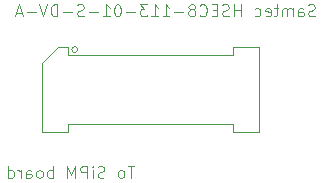
<source format=gbr>
%TF.GenerationSoftware,KiCad,Pcbnew,8.0.2-1*%
%TF.CreationDate,2024-06-17T16:24:44-04:00*%
%TF.ProjectId,InverterBoard,496e7665-7274-4657-9242-6f6172642e6b,rev?*%
%TF.SameCoordinates,Original*%
%TF.FileFunction,Legend,Bot*%
%TF.FilePolarity,Positive*%
%FSLAX46Y46*%
G04 Gerber Fmt 4.6, Leading zero omitted, Abs format (unit mm)*
G04 Created by KiCad (PCBNEW 8.0.2-1) date 2024-06-17 16:24:44*
%MOMM*%
%LPD*%
G01*
G04 APERTURE LIST*
%ADD10C,0.100000*%
%ADD11C,0.120000*%
G04 APERTURE END LIST*
D10*
X128638972Y-76472419D02*
X128067544Y-76472419D01*
X128353258Y-77472419D02*
X128353258Y-76472419D01*
X127591353Y-77472419D02*
X127686591Y-77424800D01*
X127686591Y-77424800D02*
X127734210Y-77377180D01*
X127734210Y-77377180D02*
X127781829Y-77281942D01*
X127781829Y-77281942D02*
X127781829Y-76996228D01*
X127781829Y-76996228D02*
X127734210Y-76900990D01*
X127734210Y-76900990D02*
X127686591Y-76853371D01*
X127686591Y-76853371D02*
X127591353Y-76805752D01*
X127591353Y-76805752D02*
X127448496Y-76805752D01*
X127448496Y-76805752D02*
X127353258Y-76853371D01*
X127353258Y-76853371D02*
X127305639Y-76900990D01*
X127305639Y-76900990D02*
X127258020Y-76996228D01*
X127258020Y-76996228D02*
X127258020Y-77281942D01*
X127258020Y-77281942D02*
X127305639Y-77377180D01*
X127305639Y-77377180D02*
X127353258Y-77424800D01*
X127353258Y-77424800D02*
X127448496Y-77472419D01*
X127448496Y-77472419D02*
X127591353Y-77472419D01*
X126115162Y-77424800D02*
X125972305Y-77472419D01*
X125972305Y-77472419D02*
X125734210Y-77472419D01*
X125734210Y-77472419D02*
X125638972Y-77424800D01*
X125638972Y-77424800D02*
X125591353Y-77377180D01*
X125591353Y-77377180D02*
X125543734Y-77281942D01*
X125543734Y-77281942D02*
X125543734Y-77186704D01*
X125543734Y-77186704D02*
X125591353Y-77091466D01*
X125591353Y-77091466D02*
X125638972Y-77043847D01*
X125638972Y-77043847D02*
X125734210Y-76996228D01*
X125734210Y-76996228D02*
X125924686Y-76948609D01*
X125924686Y-76948609D02*
X126019924Y-76900990D01*
X126019924Y-76900990D02*
X126067543Y-76853371D01*
X126067543Y-76853371D02*
X126115162Y-76758133D01*
X126115162Y-76758133D02*
X126115162Y-76662895D01*
X126115162Y-76662895D02*
X126067543Y-76567657D01*
X126067543Y-76567657D02*
X126019924Y-76520038D01*
X126019924Y-76520038D02*
X125924686Y-76472419D01*
X125924686Y-76472419D02*
X125686591Y-76472419D01*
X125686591Y-76472419D02*
X125543734Y-76520038D01*
X125115162Y-77472419D02*
X125115162Y-76805752D01*
X125115162Y-76472419D02*
X125162781Y-76520038D01*
X125162781Y-76520038D02*
X125115162Y-76567657D01*
X125115162Y-76567657D02*
X125067543Y-76520038D01*
X125067543Y-76520038D02*
X125115162Y-76472419D01*
X125115162Y-76472419D02*
X125115162Y-76567657D01*
X124638972Y-77472419D02*
X124638972Y-76472419D01*
X124638972Y-76472419D02*
X124258020Y-76472419D01*
X124258020Y-76472419D02*
X124162782Y-76520038D01*
X124162782Y-76520038D02*
X124115163Y-76567657D01*
X124115163Y-76567657D02*
X124067544Y-76662895D01*
X124067544Y-76662895D02*
X124067544Y-76805752D01*
X124067544Y-76805752D02*
X124115163Y-76900990D01*
X124115163Y-76900990D02*
X124162782Y-76948609D01*
X124162782Y-76948609D02*
X124258020Y-76996228D01*
X124258020Y-76996228D02*
X124638972Y-76996228D01*
X123638972Y-77472419D02*
X123638972Y-76472419D01*
X123638972Y-76472419D02*
X123305639Y-77186704D01*
X123305639Y-77186704D02*
X122972306Y-76472419D01*
X122972306Y-76472419D02*
X122972306Y-77472419D01*
X121734210Y-77472419D02*
X121734210Y-76472419D01*
X121734210Y-76853371D02*
X121638972Y-76805752D01*
X121638972Y-76805752D02*
X121448496Y-76805752D01*
X121448496Y-76805752D02*
X121353258Y-76853371D01*
X121353258Y-76853371D02*
X121305639Y-76900990D01*
X121305639Y-76900990D02*
X121258020Y-76996228D01*
X121258020Y-76996228D02*
X121258020Y-77281942D01*
X121258020Y-77281942D02*
X121305639Y-77377180D01*
X121305639Y-77377180D02*
X121353258Y-77424800D01*
X121353258Y-77424800D02*
X121448496Y-77472419D01*
X121448496Y-77472419D02*
X121638972Y-77472419D01*
X121638972Y-77472419D02*
X121734210Y-77424800D01*
X120686591Y-77472419D02*
X120781829Y-77424800D01*
X120781829Y-77424800D02*
X120829448Y-77377180D01*
X120829448Y-77377180D02*
X120877067Y-77281942D01*
X120877067Y-77281942D02*
X120877067Y-76996228D01*
X120877067Y-76996228D02*
X120829448Y-76900990D01*
X120829448Y-76900990D02*
X120781829Y-76853371D01*
X120781829Y-76853371D02*
X120686591Y-76805752D01*
X120686591Y-76805752D02*
X120543734Y-76805752D01*
X120543734Y-76805752D02*
X120448496Y-76853371D01*
X120448496Y-76853371D02*
X120400877Y-76900990D01*
X120400877Y-76900990D02*
X120353258Y-76996228D01*
X120353258Y-76996228D02*
X120353258Y-77281942D01*
X120353258Y-77281942D02*
X120400877Y-77377180D01*
X120400877Y-77377180D02*
X120448496Y-77424800D01*
X120448496Y-77424800D02*
X120543734Y-77472419D01*
X120543734Y-77472419D02*
X120686591Y-77472419D01*
X119496115Y-77472419D02*
X119496115Y-76948609D01*
X119496115Y-76948609D02*
X119543734Y-76853371D01*
X119543734Y-76853371D02*
X119638972Y-76805752D01*
X119638972Y-76805752D02*
X119829448Y-76805752D01*
X119829448Y-76805752D02*
X119924686Y-76853371D01*
X119496115Y-77424800D02*
X119591353Y-77472419D01*
X119591353Y-77472419D02*
X119829448Y-77472419D01*
X119829448Y-77472419D02*
X119924686Y-77424800D01*
X119924686Y-77424800D02*
X119972305Y-77329561D01*
X119972305Y-77329561D02*
X119972305Y-77234323D01*
X119972305Y-77234323D02*
X119924686Y-77139085D01*
X119924686Y-77139085D02*
X119829448Y-77091466D01*
X119829448Y-77091466D02*
X119591353Y-77091466D01*
X119591353Y-77091466D02*
X119496115Y-77043847D01*
X119019924Y-77472419D02*
X119019924Y-76805752D01*
X119019924Y-76996228D02*
X118972305Y-76900990D01*
X118972305Y-76900990D02*
X118924686Y-76853371D01*
X118924686Y-76853371D02*
X118829448Y-76805752D01*
X118829448Y-76805752D02*
X118734210Y-76805752D01*
X117972305Y-77472419D02*
X117972305Y-76472419D01*
X117972305Y-77424800D02*
X118067543Y-77472419D01*
X118067543Y-77472419D02*
X118258019Y-77472419D01*
X118258019Y-77472419D02*
X118353257Y-77424800D01*
X118353257Y-77424800D02*
X118400876Y-77377180D01*
X118400876Y-77377180D02*
X118448495Y-77281942D01*
X118448495Y-77281942D02*
X118448495Y-76996228D01*
X118448495Y-76996228D02*
X118400876Y-76900990D01*
X118400876Y-76900990D02*
X118353257Y-76853371D01*
X118353257Y-76853371D02*
X118258019Y-76805752D01*
X118258019Y-76805752D02*
X118067543Y-76805752D01*
X118067543Y-76805752D02*
X117972305Y-76853371D01*
X143943734Y-63724800D02*
X143800877Y-63772419D01*
X143800877Y-63772419D02*
X143562782Y-63772419D01*
X143562782Y-63772419D02*
X143467544Y-63724800D01*
X143467544Y-63724800D02*
X143419925Y-63677180D01*
X143419925Y-63677180D02*
X143372306Y-63581942D01*
X143372306Y-63581942D02*
X143372306Y-63486704D01*
X143372306Y-63486704D02*
X143419925Y-63391466D01*
X143419925Y-63391466D02*
X143467544Y-63343847D01*
X143467544Y-63343847D02*
X143562782Y-63296228D01*
X143562782Y-63296228D02*
X143753258Y-63248609D01*
X143753258Y-63248609D02*
X143848496Y-63200990D01*
X143848496Y-63200990D02*
X143896115Y-63153371D01*
X143896115Y-63153371D02*
X143943734Y-63058133D01*
X143943734Y-63058133D02*
X143943734Y-62962895D01*
X143943734Y-62962895D02*
X143896115Y-62867657D01*
X143896115Y-62867657D02*
X143848496Y-62820038D01*
X143848496Y-62820038D02*
X143753258Y-62772419D01*
X143753258Y-62772419D02*
X143515163Y-62772419D01*
X143515163Y-62772419D02*
X143372306Y-62820038D01*
X142515163Y-63772419D02*
X142515163Y-63248609D01*
X142515163Y-63248609D02*
X142562782Y-63153371D01*
X142562782Y-63153371D02*
X142658020Y-63105752D01*
X142658020Y-63105752D02*
X142848496Y-63105752D01*
X142848496Y-63105752D02*
X142943734Y-63153371D01*
X142515163Y-63724800D02*
X142610401Y-63772419D01*
X142610401Y-63772419D02*
X142848496Y-63772419D01*
X142848496Y-63772419D02*
X142943734Y-63724800D01*
X142943734Y-63724800D02*
X142991353Y-63629561D01*
X142991353Y-63629561D02*
X142991353Y-63534323D01*
X142991353Y-63534323D02*
X142943734Y-63439085D01*
X142943734Y-63439085D02*
X142848496Y-63391466D01*
X142848496Y-63391466D02*
X142610401Y-63391466D01*
X142610401Y-63391466D02*
X142515163Y-63343847D01*
X142038972Y-63772419D02*
X142038972Y-63105752D01*
X142038972Y-63200990D02*
X141991353Y-63153371D01*
X141991353Y-63153371D02*
X141896115Y-63105752D01*
X141896115Y-63105752D02*
X141753258Y-63105752D01*
X141753258Y-63105752D02*
X141658020Y-63153371D01*
X141658020Y-63153371D02*
X141610401Y-63248609D01*
X141610401Y-63248609D02*
X141610401Y-63772419D01*
X141610401Y-63248609D02*
X141562782Y-63153371D01*
X141562782Y-63153371D02*
X141467544Y-63105752D01*
X141467544Y-63105752D02*
X141324687Y-63105752D01*
X141324687Y-63105752D02*
X141229448Y-63153371D01*
X141229448Y-63153371D02*
X141181829Y-63248609D01*
X141181829Y-63248609D02*
X141181829Y-63772419D01*
X140848496Y-63105752D02*
X140467544Y-63105752D01*
X140705639Y-62772419D02*
X140705639Y-63629561D01*
X140705639Y-63629561D02*
X140658020Y-63724800D01*
X140658020Y-63724800D02*
X140562782Y-63772419D01*
X140562782Y-63772419D02*
X140467544Y-63772419D01*
X139753258Y-63724800D02*
X139848496Y-63772419D01*
X139848496Y-63772419D02*
X140038972Y-63772419D01*
X140038972Y-63772419D02*
X140134210Y-63724800D01*
X140134210Y-63724800D02*
X140181829Y-63629561D01*
X140181829Y-63629561D02*
X140181829Y-63248609D01*
X140181829Y-63248609D02*
X140134210Y-63153371D01*
X140134210Y-63153371D02*
X140038972Y-63105752D01*
X140038972Y-63105752D02*
X139848496Y-63105752D01*
X139848496Y-63105752D02*
X139753258Y-63153371D01*
X139753258Y-63153371D02*
X139705639Y-63248609D01*
X139705639Y-63248609D02*
X139705639Y-63343847D01*
X139705639Y-63343847D02*
X140181829Y-63439085D01*
X138848496Y-63724800D02*
X138943734Y-63772419D01*
X138943734Y-63772419D02*
X139134210Y-63772419D01*
X139134210Y-63772419D02*
X139229448Y-63724800D01*
X139229448Y-63724800D02*
X139277067Y-63677180D01*
X139277067Y-63677180D02*
X139324686Y-63581942D01*
X139324686Y-63581942D02*
X139324686Y-63296228D01*
X139324686Y-63296228D02*
X139277067Y-63200990D01*
X139277067Y-63200990D02*
X139229448Y-63153371D01*
X139229448Y-63153371D02*
X139134210Y-63105752D01*
X139134210Y-63105752D02*
X138943734Y-63105752D01*
X138943734Y-63105752D02*
X138848496Y-63153371D01*
X137658019Y-63772419D02*
X137658019Y-62772419D01*
X137658019Y-63248609D02*
X137086591Y-63248609D01*
X137086591Y-63772419D02*
X137086591Y-62772419D01*
X136658019Y-63724800D02*
X136515162Y-63772419D01*
X136515162Y-63772419D02*
X136277067Y-63772419D01*
X136277067Y-63772419D02*
X136181829Y-63724800D01*
X136181829Y-63724800D02*
X136134210Y-63677180D01*
X136134210Y-63677180D02*
X136086591Y-63581942D01*
X136086591Y-63581942D02*
X136086591Y-63486704D01*
X136086591Y-63486704D02*
X136134210Y-63391466D01*
X136134210Y-63391466D02*
X136181829Y-63343847D01*
X136181829Y-63343847D02*
X136277067Y-63296228D01*
X136277067Y-63296228D02*
X136467543Y-63248609D01*
X136467543Y-63248609D02*
X136562781Y-63200990D01*
X136562781Y-63200990D02*
X136610400Y-63153371D01*
X136610400Y-63153371D02*
X136658019Y-63058133D01*
X136658019Y-63058133D02*
X136658019Y-62962895D01*
X136658019Y-62962895D02*
X136610400Y-62867657D01*
X136610400Y-62867657D02*
X136562781Y-62820038D01*
X136562781Y-62820038D02*
X136467543Y-62772419D01*
X136467543Y-62772419D02*
X136229448Y-62772419D01*
X136229448Y-62772419D02*
X136086591Y-62820038D01*
X135658019Y-63248609D02*
X135324686Y-63248609D01*
X135181829Y-63772419D02*
X135658019Y-63772419D01*
X135658019Y-63772419D02*
X135658019Y-62772419D01*
X135658019Y-62772419D02*
X135181829Y-62772419D01*
X134181829Y-63677180D02*
X134229448Y-63724800D01*
X134229448Y-63724800D02*
X134372305Y-63772419D01*
X134372305Y-63772419D02*
X134467543Y-63772419D01*
X134467543Y-63772419D02*
X134610400Y-63724800D01*
X134610400Y-63724800D02*
X134705638Y-63629561D01*
X134705638Y-63629561D02*
X134753257Y-63534323D01*
X134753257Y-63534323D02*
X134800876Y-63343847D01*
X134800876Y-63343847D02*
X134800876Y-63200990D01*
X134800876Y-63200990D02*
X134753257Y-63010514D01*
X134753257Y-63010514D02*
X134705638Y-62915276D01*
X134705638Y-62915276D02*
X134610400Y-62820038D01*
X134610400Y-62820038D02*
X134467543Y-62772419D01*
X134467543Y-62772419D02*
X134372305Y-62772419D01*
X134372305Y-62772419D02*
X134229448Y-62820038D01*
X134229448Y-62820038D02*
X134181829Y-62867657D01*
X133610400Y-63200990D02*
X133705638Y-63153371D01*
X133705638Y-63153371D02*
X133753257Y-63105752D01*
X133753257Y-63105752D02*
X133800876Y-63010514D01*
X133800876Y-63010514D02*
X133800876Y-62962895D01*
X133800876Y-62962895D02*
X133753257Y-62867657D01*
X133753257Y-62867657D02*
X133705638Y-62820038D01*
X133705638Y-62820038D02*
X133610400Y-62772419D01*
X133610400Y-62772419D02*
X133419924Y-62772419D01*
X133419924Y-62772419D02*
X133324686Y-62820038D01*
X133324686Y-62820038D02*
X133277067Y-62867657D01*
X133277067Y-62867657D02*
X133229448Y-62962895D01*
X133229448Y-62962895D02*
X133229448Y-63010514D01*
X133229448Y-63010514D02*
X133277067Y-63105752D01*
X133277067Y-63105752D02*
X133324686Y-63153371D01*
X133324686Y-63153371D02*
X133419924Y-63200990D01*
X133419924Y-63200990D02*
X133610400Y-63200990D01*
X133610400Y-63200990D02*
X133705638Y-63248609D01*
X133705638Y-63248609D02*
X133753257Y-63296228D01*
X133753257Y-63296228D02*
X133800876Y-63391466D01*
X133800876Y-63391466D02*
X133800876Y-63581942D01*
X133800876Y-63581942D02*
X133753257Y-63677180D01*
X133753257Y-63677180D02*
X133705638Y-63724800D01*
X133705638Y-63724800D02*
X133610400Y-63772419D01*
X133610400Y-63772419D02*
X133419924Y-63772419D01*
X133419924Y-63772419D02*
X133324686Y-63724800D01*
X133324686Y-63724800D02*
X133277067Y-63677180D01*
X133277067Y-63677180D02*
X133229448Y-63581942D01*
X133229448Y-63581942D02*
X133229448Y-63391466D01*
X133229448Y-63391466D02*
X133277067Y-63296228D01*
X133277067Y-63296228D02*
X133324686Y-63248609D01*
X133324686Y-63248609D02*
X133419924Y-63200990D01*
X132800876Y-63391466D02*
X132038972Y-63391466D01*
X131038972Y-63772419D02*
X131610400Y-63772419D01*
X131324686Y-63772419D02*
X131324686Y-62772419D01*
X131324686Y-62772419D02*
X131419924Y-62915276D01*
X131419924Y-62915276D02*
X131515162Y-63010514D01*
X131515162Y-63010514D02*
X131610400Y-63058133D01*
X130086591Y-63772419D02*
X130658019Y-63772419D01*
X130372305Y-63772419D02*
X130372305Y-62772419D01*
X130372305Y-62772419D02*
X130467543Y-62915276D01*
X130467543Y-62915276D02*
X130562781Y-63010514D01*
X130562781Y-63010514D02*
X130658019Y-63058133D01*
X129753257Y-62772419D02*
X129134210Y-62772419D01*
X129134210Y-62772419D02*
X129467543Y-63153371D01*
X129467543Y-63153371D02*
X129324686Y-63153371D01*
X129324686Y-63153371D02*
X129229448Y-63200990D01*
X129229448Y-63200990D02*
X129181829Y-63248609D01*
X129181829Y-63248609D02*
X129134210Y-63343847D01*
X129134210Y-63343847D02*
X129134210Y-63581942D01*
X129134210Y-63581942D02*
X129181829Y-63677180D01*
X129181829Y-63677180D02*
X129229448Y-63724800D01*
X129229448Y-63724800D02*
X129324686Y-63772419D01*
X129324686Y-63772419D02*
X129610400Y-63772419D01*
X129610400Y-63772419D02*
X129705638Y-63724800D01*
X129705638Y-63724800D02*
X129753257Y-63677180D01*
X128705638Y-63391466D02*
X127943734Y-63391466D01*
X127277067Y-62772419D02*
X127181829Y-62772419D01*
X127181829Y-62772419D02*
X127086591Y-62820038D01*
X127086591Y-62820038D02*
X127038972Y-62867657D01*
X127038972Y-62867657D02*
X126991353Y-62962895D01*
X126991353Y-62962895D02*
X126943734Y-63153371D01*
X126943734Y-63153371D02*
X126943734Y-63391466D01*
X126943734Y-63391466D02*
X126991353Y-63581942D01*
X126991353Y-63581942D02*
X127038972Y-63677180D01*
X127038972Y-63677180D02*
X127086591Y-63724800D01*
X127086591Y-63724800D02*
X127181829Y-63772419D01*
X127181829Y-63772419D02*
X127277067Y-63772419D01*
X127277067Y-63772419D02*
X127372305Y-63724800D01*
X127372305Y-63724800D02*
X127419924Y-63677180D01*
X127419924Y-63677180D02*
X127467543Y-63581942D01*
X127467543Y-63581942D02*
X127515162Y-63391466D01*
X127515162Y-63391466D02*
X127515162Y-63153371D01*
X127515162Y-63153371D02*
X127467543Y-62962895D01*
X127467543Y-62962895D02*
X127419924Y-62867657D01*
X127419924Y-62867657D02*
X127372305Y-62820038D01*
X127372305Y-62820038D02*
X127277067Y-62772419D01*
X125991353Y-63772419D02*
X126562781Y-63772419D01*
X126277067Y-63772419D02*
X126277067Y-62772419D01*
X126277067Y-62772419D02*
X126372305Y-62915276D01*
X126372305Y-62915276D02*
X126467543Y-63010514D01*
X126467543Y-63010514D02*
X126562781Y-63058133D01*
X125562781Y-63391466D02*
X124800877Y-63391466D01*
X124372305Y-63724800D02*
X124229448Y-63772419D01*
X124229448Y-63772419D02*
X123991353Y-63772419D01*
X123991353Y-63772419D02*
X123896115Y-63724800D01*
X123896115Y-63724800D02*
X123848496Y-63677180D01*
X123848496Y-63677180D02*
X123800877Y-63581942D01*
X123800877Y-63581942D02*
X123800877Y-63486704D01*
X123800877Y-63486704D02*
X123848496Y-63391466D01*
X123848496Y-63391466D02*
X123896115Y-63343847D01*
X123896115Y-63343847D02*
X123991353Y-63296228D01*
X123991353Y-63296228D02*
X124181829Y-63248609D01*
X124181829Y-63248609D02*
X124277067Y-63200990D01*
X124277067Y-63200990D02*
X124324686Y-63153371D01*
X124324686Y-63153371D02*
X124372305Y-63058133D01*
X124372305Y-63058133D02*
X124372305Y-62962895D01*
X124372305Y-62962895D02*
X124324686Y-62867657D01*
X124324686Y-62867657D02*
X124277067Y-62820038D01*
X124277067Y-62820038D02*
X124181829Y-62772419D01*
X124181829Y-62772419D02*
X123943734Y-62772419D01*
X123943734Y-62772419D02*
X123800877Y-62820038D01*
X123372305Y-63391466D02*
X122610401Y-63391466D01*
X122134210Y-63772419D02*
X122134210Y-62772419D01*
X122134210Y-62772419D02*
X121896115Y-62772419D01*
X121896115Y-62772419D02*
X121753258Y-62820038D01*
X121753258Y-62820038D02*
X121658020Y-62915276D01*
X121658020Y-62915276D02*
X121610401Y-63010514D01*
X121610401Y-63010514D02*
X121562782Y-63200990D01*
X121562782Y-63200990D02*
X121562782Y-63343847D01*
X121562782Y-63343847D02*
X121610401Y-63534323D01*
X121610401Y-63534323D02*
X121658020Y-63629561D01*
X121658020Y-63629561D02*
X121753258Y-63724800D01*
X121753258Y-63724800D02*
X121896115Y-63772419D01*
X121896115Y-63772419D02*
X122134210Y-63772419D01*
X121277067Y-62772419D02*
X120943734Y-63772419D01*
X120943734Y-63772419D02*
X120610401Y-62772419D01*
X120277067Y-63391466D02*
X119515163Y-63391466D01*
X119086591Y-63486704D02*
X118610401Y-63486704D01*
X119181829Y-63772419D02*
X118848496Y-62772419D01*
X118848496Y-62772419D02*
X118515163Y-63772419D01*
D11*
%TO.C,REF\u002A\u002A*%
X120790000Y-67754437D02*
X122154437Y-66390000D01*
X120790000Y-73610000D02*
X120790000Y-67754437D01*
X122154437Y-66390000D02*
X123010000Y-66390000D01*
X123010000Y-66390000D02*
X123010000Y-67090000D01*
X123010000Y-67090000D02*
X136990000Y-67090000D01*
X123010000Y-72910000D02*
X123010000Y-73610000D01*
X123010000Y-73610000D02*
X120790000Y-73610000D01*
X136990000Y-66390000D02*
X139210000Y-66390000D01*
X136990000Y-67090000D02*
X136990000Y-66390000D01*
X136990000Y-72910000D02*
X123010000Y-72910000D01*
X136990000Y-73610000D02*
X136990000Y-72910000D01*
X139210000Y-66390000D02*
X139210000Y-73610000D01*
X139210000Y-73610000D02*
X136990000Y-73610000D01*
X123850000Y-66600000D02*
G75*
G02*
X123350000Y-66600000I-250000J0D01*
G01*
X123350000Y-66600000D02*
G75*
G02*
X123850000Y-66600000I250000J0D01*
G01*
%TD*%
M02*

</source>
